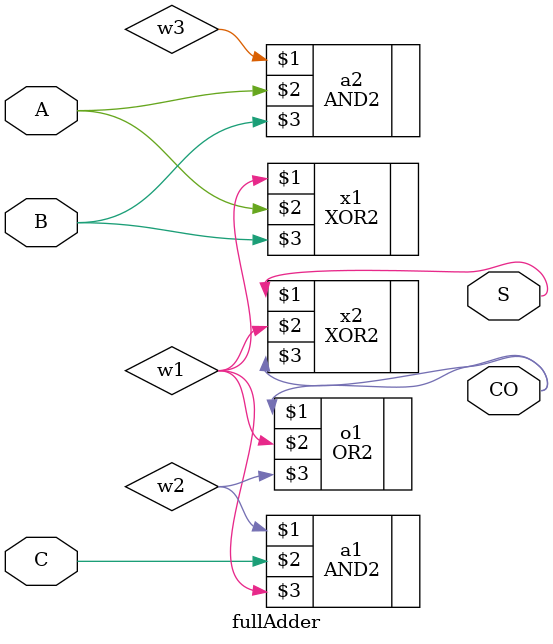
<source format=v>
module fullAdder(A, B, C, S, CO);
	input A, B, C;
	output S, CO;

	XOR2 x1(w1, A, B);
	XOR2 x2(S, w1, CO);
	
	AND2 a1(w2, C, w1);
	AND2 a2(w3, A, B);

	OR2 o1(CO, w1, w2);

endmodule

</source>
